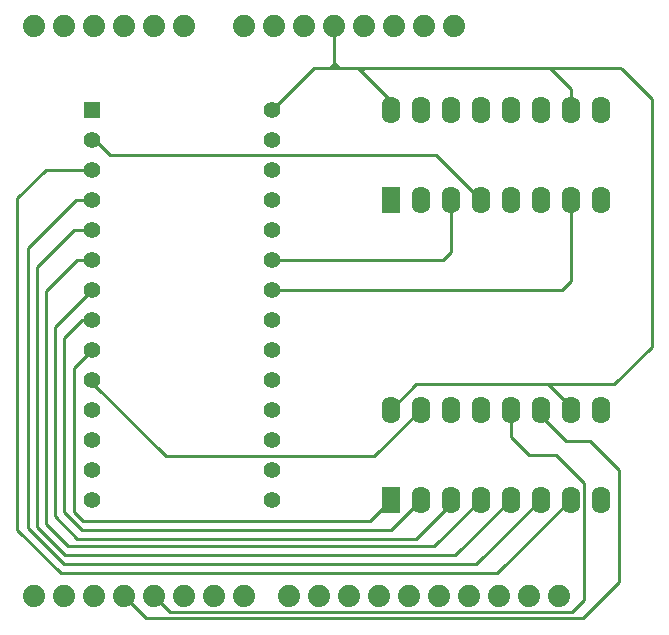
<source format=gbl>
G04 Layer: BottomLayer*
G04 EasyEDA v6.5.47, 2024-10-06 10:48:52*
G04 7f18c47773b3442c901778b5daae8bd2,c2b9568e21e3459f90af4e12abca8b04,10*
G04 Gerber Generator version 0.2*
G04 Scale: 100 percent, Rotated: No, Reflected: No *
G04 Dimensions in millimeters *
G04 leading zeros omitted , absolute positions ,4 integer and 5 decimal *
%FSLAX45Y45*%
%MOMM*%

%ADD10C,0.2540*%
%ADD11R,1.3970X1.3970*%
%ADD12C,1.3970*%
%ADD13C,1.8796*%
%ADD14R,1.5748X2.2860*%
%ADD15O,1.5748X2.286*%

%LPD*%
D10*
X8605603Y-2331803D02*
G01*
X8626007Y-2311400D01*
X8636764Y-2311400D01*
X8572500Y-4991100D02*
G01*
X9131300Y-4991100D01*
X9448800Y-4673600D01*
X9448800Y-4356100D01*
X9448800Y-2578100D01*
X9194800Y-2324100D01*
X9182100Y-2311400D01*
X8585200Y-2311400D01*
X7239000Y-5207000D02*
G01*
X7454900Y-4991100D01*
X8572500Y-4991100D01*
X8763000Y-5181600D01*
X8763000Y-5207000D01*
X6987392Y-2339192D02*
G01*
X7010232Y-2316353D01*
X7010232Y-2311400D01*
X6959600Y-2311400D02*
G01*
X8585200Y-2311400D01*
X8763000Y-2489200D01*
X8763000Y-2667000D01*
X6756400Y-2277008D02*
G01*
X6722008Y-2311400D01*
X6707619Y-2311400D01*
X6797789Y-2311400D02*
G01*
X6762127Y-2275738D01*
X6756400Y-2275738D01*
X6756400Y-1955800D02*
G01*
X6756400Y-2298700D01*
X6235700Y-2667000D02*
G01*
X6591300Y-2311400D01*
X6959600Y-2311400D01*
X7239000Y-2590800D01*
X7239000Y-2667000D01*
X4978400Y-6781800D02*
G01*
X5168900Y-6972300D01*
X6159500Y-6972300D01*
X8864600Y-6972300D01*
X9169400Y-6667500D01*
X9169400Y-5905500D01*
X9169400Y-5715000D01*
X8928100Y-5473700D01*
X8724900Y-5473700D01*
X8509000Y-5257800D01*
X8509000Y-5207000D01*
X5232400Y-6781800D02*
G01*
X5372100Y-6921500D01*
X6032500Y-6921500D01*
X8775700Y-6921500D01*
X8877300Y-6819900D01*
X8877300Y-5829300D01*
X8636000Y-5588000D01*
X8407400Y-5588000D01*
X8255000Y-5435600D01*
X8255000Y-5207000D01*
X8001000Y-3429000D02*
G01*
X7620000Y-3048000D01*
X5588000Y-3048000D01*
X4927600Y-3048000D01*
X4864100Y-3048000D01*
X4737100Y-2921000D01*
X4711700Y-2921000D01*
X8763000Y-5969000D02*
G01*
X8140700Y-6591300D01*
X7861300Y-6591300D01*
X4445000Y-6591300D01*
X4076700Y-6223000D01*
X4076700Y-3759200D01*
X4076700Y-3416300D01*
X4318000Y-3175000D01*
X4711700Y-3175000D01*
X8509000Y-5969000D02*
G01*
X7962900Y-6515100D01*
X7823200Y-6515100D01*
X4470400Y-6515100D01*
X4165600Y-6210300D01*
X4165600Y-6108700D01*
X4165600Y-3835400D01*
X4572000Y-3429000D01*
X4711700Y-3429000D01*
X8255000Y-5969000D02*
G01*
X7785100Y-6438900D01*
X7531100Y-6438900D01*
X4483100Y-6438900D01*
X4241800Y-6197600D01*
X4241800Y-4000500D01*
X4559300Y-3683000D01*
X4711700Y-3683000D01*
X8001000Y-5969000D02*
G01*
X7607300Y-6362700D01*
X4508500Y-6362700D01*
X4318000Y-6172200D01*
X4318000Y-6057900D01*
X4318000Y-4203700D01*
X4584700Y-3937000D01*
X4711700Y-3937000D01*
X4711700Y-4191000D02*
G01*
X4394200Y-4508500D01*
X4394200Y-4673600D01*
X4394200Y-6108700D01*
X4584700Y-6299200D01*
X4622800Y-6299200D01*
X7454900Y-6299200D01*
X7747000Y-6007100D01*
X7747000Y-5969000D01*
X7493000Y-5969000D02*
G01*
X7239000Y-6223000D01*
X7112000Y-6223000D01*
X5537200Y-6223000D01*
X4622800Y-6223000D01*
X4470400Y-6070600D01*
X4470400Y-4597400D01*
X4622800Y-4445000D01*
X4711700Y-4445000D01*
X4711700Y-4699000D02*
G01*
X4559300Y-4851400D01*
X4559300Y-5003800D01*
X4559300Y-6070600D01*
X4635500Y-6146800D01*
X4965700Y-6146800D01*
X7061200Y-6146800D01*
X7239000Y-5969000D01*
X7493000Y-5207000D02*
G01*
X7099300Y-5600700D01*
X6756400Y-5600700D01*
X5334000Y-5600700D01*
X4711700Y-4978400D01*
X4711700Y-4953000D01*
X6235700Y-3937000D02*
G01*
X7683500Y-3937000D01*
X7747000Y-3873500D01*
X7747000Y-3429000D01*
X6235700Y-4191000D02*
G01*
X8686800Y-4191000D01*
X8763000Y-4114800D01*
X8763000Y-3429000D01*
D11*
G01*
X4711700Y-2667000D03*
D12*
G01*
X4711700Y-2921000D03*
G01*
X4711700Y-3175000D03*
G01*
X4711700Y-3429000D03*
G01*
X4711700Y-3683000D03*
G01*
X4711700Y-3937000D03*
G01*
X4711700Y-4191000D03*
G01*
X4711700Y-4445000D03*
G01*
X4711700Y-4699000D03*
G01*
X4711700Y-4953000D03*
G01*
X4711700Y-5207000D03*
G01*
X4711700Y-5461000D03*
G01*
X4711700Y-5715000D03*
G01*
X4711700Y-5969000D03*
G01*
X6235700Y-5969000D03*
G01*
X6235700Y-5715000D03*
G01*
X6235700Y-5461000D03*
G01*
X6235700Y-5207000D03*
G01*
X6235700Y-4953000D03*
G01*
X6235700Y-4699000D03*
G01*
X6235700Y-4445000D03*
G01*
X6235700Y-4191000D03*
G01*
X6235700Y-3937000D03*
G01*
X6235700Y-3683000D03*
G01*
X6235700Y-3429000D03*
G01*
X6235700Y-3175000D03*
G01*
X6235700Y-2921000D03*
G01*
X6235700Y-2667000D03*
D13*
G01*
X7264400Y-1955800D03*
G01*
X7010400Y-1955800D03*
G01*
X6756400Y-1955800D03*
G01*
X6502400Y-1955800D03*
G01*
X6248400Y-1955800D03*
G01*
X5994400Y-1955800D03*
G01*
X5486400Y-1955800D03*
G01*
X5232400Y-1955800D03*
G01*
X4978400Y-1955800D03*
G01*
X4724400Y-1955800D03*
G01*
X4470400Y-1955800D03*
G01*
X4216400Y-1955800D03*
G01*
X4216400Y-6781800D03*
G01*
X4470400Y-6781800D03*
G01*
X4724400Y-6781800D03*
G01*
X4978400Y-6781800D03*
G01*
X5232400Y-6781800D03*
G01*
X5486400Y-6781800D03*
G01*
X5740400Y-6781800D03*
G01*
X5994400Y-6781800D03*
G01*
X6375400Y-6781800D03*
G01*
X6629400Y-6781800D03*
G01*
X6883400Y-6781800D03*
G01*
X7137400Y-6781800D03*
G01*
X7391400Y-6781800D03*
G01*
X7645400Y-6781800D03*
G01*
X7899400Y-6781800D03*
G01*
X8153400Y-6781800D03*
G01*
X8407400Y-6781800D03*
G01*
X8661400Y-6781800D03*
G01*
X7518400Y-1955800D03*
G01*
X7772400Y-1955800D03*
D14*
G01*
X7239000Y-5969000D03*
D15*
G01*
X7493000Y-5969000D03*
G01*
X7747000Y-5969000D03*
G01*
X8001000Y-5969000D03*
G01*
X8255000Y-5969000D03*
G01*
X8509000Y-5969000D03*
G01*
X8763000Y-5969000D03*
G01*
X9017000Y-5969000D03*
G01*
X9017000Y-5207000D03*
G01*
X8763000Y-5207000D03*
G01*
X8509000Y-5207000D03*
G01*
X8255000Y-5207000D03*
G01*
X8001000Y-5207000D03*
G01*
X7747000Y-5207000D03*
G01*
X7493000Y-5207000D03*
G01*
X7239000Y-5207000D03*
D14*
G01*
X7239000Y-3429000D03*
D15*
G01*
X7493000Y-3429000D03*
G01*
X7747000Y-3429000D03*
G01*
X8001000Y-3429000D03*
G01*
X8255000Y-3429000D03*
G01*
X8509000Y-3429000D03*
G01*
X8763000Y-3429000D03*
G01*
X9017000Y-3429000D03*
G01*
X9017000Y-2667000D03*
G01*
X8763000Y-2667000D03*
G01*
X8509000Y-2667000D03*
G01*
X8255000Y-2667000D03*
G01*
X8001000Y-2667000D03*
G01*
X7747000Y-2667000D03*
G01*
X7493000Y-2667000D03*
G01*
X7239000Y-2667000D03*
M02*

</source>
